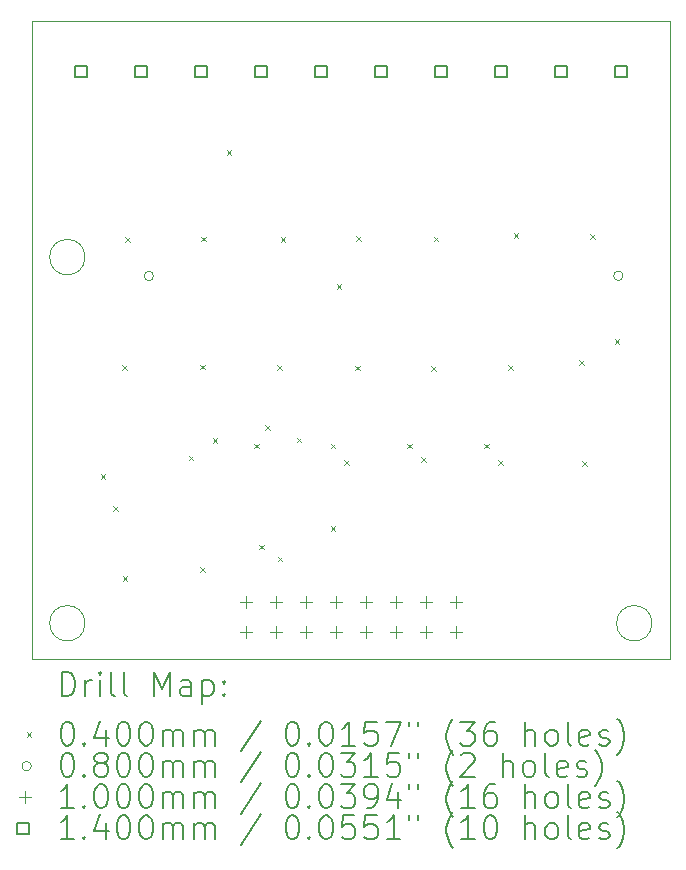
<source format=gbr>
%TF.GenerationSoftware,KiCad,Pcbnew,6.0.7+dfsg-1~bpo11+1*%
%TF.CreationDate,2022-10-12T23:43:49+02:00*%
%TF.ProjectId,rib8in_00,72696238-696e-45f3-9030-2e6b69636164,rev?*%
%TF.SameCoordinates,Original*%
%TF.FileFunction,Drillmap*%
%TF.FilePolarity,Positive*%
%FSLAX45Y45*%
G04 Gerber Fmt 4.5, Leading zero omitted, Abs format (unit mm)*
G04 Created by KiCad (PCBNEW 6.0.7+dfsg-1~bpo11+1) date 2022-10-12 23:43:49*
%MOMM*%
%LPD*%
G01*
G04 APERTURE LIST*
%ADD10C,0.100000*%
%ADD11C,0.200000*%
%ADD12C,0.040000*%
%ADD13C,0.080000*%
%ADD14C,0.140000*%
G04 APERTURE END LIST*
D10*
X12850000Y-8600000D02*
G75*
G03*
X12850000Y-8600000I-150000J0D01*
G01*
X12850000Y-11700000D02*
G75*
G03*
X12850000Y-11700000I-150000J0D01*
G01*
X12400000Y-12000000D02*
X17800000Y-12000000D01*
X17800000Y-12000000D02*
X17800000Y-6600000D01*
X17800000Y-6600000D02*
X12400000Y-6600000D01*
X12400000Y-6600000D02*
X12400000Y-12000000D01*
X17650000Y-11700000D02*
G75*
G03*
X17650000Y-11700000I-150000J0D01*
G01*
D11*
D12*
X12982000Y-10437000D02*
X13022000Y-10477000D01*
X13022000Y-10437000D02*
X12982000Y-10477000D01*
X13089000Y-10708000D02*
X13129000Y-10748000D01*
X13129000Y-10708000D02*
X13089000Y-10748000D01*
X13162000Y-9514000D02*
X13202000Y-9554000D01*
X13202000Y-9514000D02*
X13162000Y-9554000D01*
X13168000Y-11299000D02*
X13208000Y-11339000D01*
X13208000Y-11299000D02*
X13168000Y-11339000D01*
X13189000Y-8429000D02*
X13229000Y-8469000D01*
X13229000Y-8429000D02*
X13189000Y-8469000D01*
X13727000Y-10282000D02*
X13767000Y-10322000D01*
X13767000Y-10282000D02*
X13727000Y-10322000D01*
X13824000Y-9510000D02*
X13864000Y-9550000D01*
X13864000Y-9510000D02*
X13824000Y-9550000D01*
X13825000Y-11222000D02*
X13865000Y-11262000D01*
X13865000Y-11222000D02*
X13825000Y-11262000D01*
X13834000Y-8427000D02*
X13874000Y-8467000D01*
X13874000Y-8427000D02*
X13834000Y-8467000D01*
X13930000Y-10130000D02*
X13970000Y-10170000D01*
X13970000Y-10130000D02*
X13930000Y-10170000D01*
X14050000Y-7694000D02*
X14090000Y-7734000D01*
X14090000Y-7694000D02*
X14050000Y-7734000D01*
X14280000Y-10180000D02*
X14320000Y-10220000D01*
X14320000Y-10180000D02*
X14280000Y-10220000D01*
X14323000Y-11034000D02*
X14363000Y-11074000D01*
X14363000Y-11034000D02*
X14323000Y-11074000D01*
X14377000Y-10024000D02*
X14417000Y-10064000D01*
X14417000Y-10024000D02*
X14377000Y-10064000D01*
X14479000Y-9516000D02*
X14519000Y-9556000D01*
X14519000Y-9516000D02*
X14479000Y-9556000D01*
X14480000Y-11135000D02*
X14520000Y-11175000D01*
X14520000Y-11135000D02*
X14480000Y-11175000D01*
X14505000Y-8431000D02*
X14545000Y-8471000D01*
X14545000Y-8431000D02*
X14505000Y-8471000D01*
X14641000Y-10128000D02*
X14681000Y-10168000D01*
X14681000Y-10128000D02*
X14641000Y-10168000D01*
X14930000Y-10180000D02*
X14970000Y-10220000D01*
X14970000Y-10180000D02*
X14930000Y-10220000D01*
X14930000Y-10880000D02*
X14970000Y-10920000D01*
X14970000Y-10880000D02*
X14930000Y-10920000D01*
X14980000Y-8830000D02*
X15020000Y-8870000D01*
X15020000Y-8830000D02*
X14980000Y-8870000D01*
X15042000Y-10322000D02*
X15082000Y-10362000D01*
X15082000Y-10322000D02*
X15042000Y-10362000D01*
X15138000Y-9518000D02*
X15178000Y-9558000D01*
X15178000Y-9518000D02*
X15138000Y-9558000D01*
X15147000Y-8423000D02*
X15187000Y-8463000D01*
X15187000Y-8423000D02*
X15147000Y-8463000D01*
X15580000Y-10180000D02*
X15620000Y-10220000D01*
X15620000Y-10180000D02*
X15580000Y-10220000D01*
X15698000Y-10291000D02*
X15738000Y-10331000D01*
X15738000Y-10291000D02*
X15698000Y-10331000D01*
X15778000Y-9524000D02*
X15818000Y-9564000D01*
X15818000Y-9524000D02*
X15778000Y-9564000D01*
X15801000Y-8427000D02*
X15841000Y-8467000D01*
X15841000Y-8427000D02*
X15801000Y-8467000D01*
X16230000Y-10180000D02*
X16270000Y-10220000D01*
X16270000Y-10180000D02*
X16230000Y-10220000D01*
X16346000Y-10319000D02*
X16386000Y-10359000D01*
X16386000Y-10319000D02*
X16346000Y-10359000D01*
X16433000Y-9512000D02*
X16473000Y-9552000D01*
X16473000Y-9512000D02*
X16433000Y-9552000D01*
X16478000Y-8399000D02*
X16518000Y-8439000D01*
X16518000Y-8399000D02*
X16478000Y-8439000D01*
X17032000Y-9470000D02*
X17072000Y-9510000D01*
X17072000Y-9470000D02*
X17032000Y-9510000D01*
X17056000Y-10327000D02*
X17096000Y-10367000D01*
X17096000Y-10327000D02*
X17056000Y-10367000D01*
X17129000Y-8404000D02*
X17169000Y-8444000D01*
X17169000Y-8404000D02*
X17129000Y-8444000D01*
X17334000Y-9297000D02*
X17374000Y-9337000D01*
X17374000Y-9297000D02*
X17334000Y-9337000D01*
D13*
X13430000Y-8760000D02*
G75*
G03*
X13430000Y-8760000I-40000J0D01*
G01*
X17405000Y-8758000D02*
G75*
G03*
X17405000Y-8758000I-40000J0D01*
G01*
D10*
X14209500Y-11472500D02*
X14209500Y-11572500D01*
X14159500Y-11522500D02*
X14259500Y-11522500D01*
X14209500Y-11726500D02*
X14209500Y-11826500D01*
X14159500Y-11776500D02*
X14259500Y-11776500D01*
X14463500Y-11472500D02*
X14463500Y-11572500D01*
X14413500Y-11522500D02*
X14513500Y-11522500D01*
X14463500Y-11726500D02*
X14463500Y-11826500D01*
X14413500Y-11776500D02*
X14513500Y-11776500D01*
X14717500Y-11472500D02*
X14717500Y-11572500D01*
X14667500Y-11522500D02*
X14767500Y-11522500D01*
X14717500Y-11726500D02*
X14717500Y-11826500D01*
X14667500Y-11776500D02*
X14767500Y-11776500D01*
X14971500Y-11472500D02*
X14971500Y-11572500D01*
X14921500Y-11522500D02*
X15021500Y-11522500D01*
X14971500Y-11726500D02*
X14971500Y-11826500D01*
X14921500Y-11776500D02*
X15021500Y-11776500D01*
X15225500Y-11472500D02*
X15225500Y-11572500D01*
X15175500Y-11522500D02*
X15275500Y-11522500D01*
X15225500Y-11726500D02*
X15225500Y-11826500D01*
X15175500Y-11776500D02*
X15275500Y-11776500D01*
X15479500Y-11472500D02*
X15479500Y-11572500D01*
X15429500Y-11522500D02*
X15529500Y-11522500D01*
X15479500Y-11726500D02*
X15479500Y-11826500D01*
X15429500Y-11776500D02*
X15529500Y-11776500D01*
X15733500Y-11472500D02*
X15733500Y-11572500D01*
X15683500Y-11522500D02*
X15783500Y-11522500D01*
X15733500Y-11726500D02*
X15733500Y-11826500D01*
X15683500Y-11776500D02*
X15783500Y-11776500D01*
X15987500Y-11472500D02*
X15987500Y-11572500D01*
X15937500Y-11522500D02*
X16037500Y-11522500D01*
X15987500Y-11726500D02*
X15987500Y-11826500D01*
X15937500Y-11776500D02*
X16037500Y-11776500D01*
D14*
X12863498Y-7077248D02*
X12863498Y-6978252D01*
X12764502Y-6978252D01*
X12764502Y-7077248D01*
X12863498Y-7077248D01*
X13371498Y-7077248D02*
X13371498Y-6978252D01*
X13272502Y-6978252D01*
X13272502Y-7077248D01*
X13371498Y-7077248D01*
X13879498Y-7077248D02*
X13879498Y-6978252D01*
X13780502Y-6978252D01*
X13780502Y-7077248D01*
X13879498Y-7077248D01*
X14387498Y-7077248D02*
X14387498Y-6978252D01*
X14288502Y-6978252D01*
X14288502Y-7077248D01*
X14387498Y-7077248D01*
X14895498Y-7077248D02*
X14895498Y-6978252D01*
X14796502Y-6978252D01*
X14796502Y-7077248D01*
X14895498Y-7077248D01*
X15403498Y-7077248D02*
X15403498Y-6978252D01*
X15304502Y-6978252D01*
X15304502Y-7077248D01*
X15403498Y-7077248D01*
X15911498Y-7077248D02*
X15911498Y-6978252D01*
X15812502Y-6978252D01*
X15812502Y-7077248D01*
X15911498Y-7077248D01*
X16419498Y-7077248D02*
X16419498Y-6978252D01*
X16320502Y-6978252D01*
X16320502Y-7077248D01*
X16419498Y-7077248D01*
X16927498Y-7077248D02*
X16927498Y-6978252D01*
X16828502Y-6978252D01*
X16828502Y-7077248D01*
X16927498Y-7077248D01*
X17435498Y-7077248D02*
X17435498Y-6978252D01*
X17336502Y-6978252D01*
X17336502Y-7077248D01*
X17435498Y-7077248D01*
D11*
X12652619Y-12315476D02*
X12652619Y-12115476D01*
X12700238Y-12115476D01*
X12728809Y-12125000D01*
X12747857Y-12144048D01*
X12757381Y-12163095D01*
X12766905Y-12201190D01*
X12766905Y-12229762D01*
X12757381Y-12267857D01*
X12747857Y-12286905D01*
X12728809Y-12305952D01*
X12700238Y-12315476D01*
X12652619Y-12315476D01*
X12852619Y-12315476D02*
X12852619Y-12182143D01*
X12852619Y-12220238D02*
X12862143Y-12201190D01*
X12871667Y-12191667D01*
X12890714Y-12182143D01*
X12909762Y-12182143D01*
X12976428Y-12315476D02*
X12976428Y-12182143D01*
X12976428Y-12115476D02*
X12966905Y-12125000D01*
X12976428Y-12134524D01*
X12985952Y-12125000D01*
X12976428Y-12115476D01*
X12976428Y-12134524D01*
X13100238Y-12315476D02*
X13081190Y-12305952D01*
X13071667Y-12286905D01*
X13071667Y-12115476D01*
X13205000Y-12315476D02*
X13185952Y-12305952D01*
X13176428Y-12286905D01*
X13176428Y-12115476D01*
X13433571Y-12315476D02*
X13433571Y-12115476D01*
X13500238Y-12258333D01*
X13566905Y-12115476D01*
X13566905Y-12315476D01*
X13747857Y-12315476D02*
X13747857Y-12210714D01*
X13738333Y-12191667D01*
X13719286Y-12182143D01*
X13681190Y-12182143D01*
X13662143Y-12191667D01*
X13747857Y-12305952D02*
X13728809Y-12315476D01*
X13681190Y-12315476D01*
X13662143Y-12305952D01*
X13652619Y-12286905D01*
X13652619Y-12267857D01*
X13662143Y-12248809D01*
X13681190Y-12239286D01*
X13728809Y-12239286D01*
X13747857Y-12229762D01*
X13843095Y-12182143D02*
X13843095Y-12382143D01*
X13843095Y-12191667D02*
X13862143Y-12182143D01*
X13900238Y-12182143D01*
X13919286Y-12191667D01*
X13928809Y-12201190D01*
X13938333Y-12220238D01*
X13938333Y-12277381D01*
X13928809Y-12296428D01*
X13919286Y-12305952D01*
X13900238Y-12315476D01*
X13862143Y-12315476D01*
X13843095Y-12305952D01*
X14024048Y-12296428D02*
X14033571Y-12305952D01*
X14024048Y-12315476D01*
X14014524Y-12305952D01*
X14024048Y-12296428D01*
X14024048Y-12315476D01*
X14024048Y-12191667D02*
X14033571Y-12201190D01*
X14024048Y-12210714D01*
X14014524Y-12201190D01*
X14024048Y-12191667D01*
X14024048Y-12210714D01*
D12*
X12355000Y-12625000D02*
X12395000Y-12665000D01*
X12395000Y-12625000D02*
X12355000Y-12665000D01*
D11*
X12690714Y-12535476D02*
X12709762Y-12535476D01*
X12728809Y-12545000D01*
X12738333Y-12554524D01*
X12747857Y-12573571D01*
X12757381Y-12611667D01*
X12757381Y-12659286D01*
X12747857Y-12697381D01*
X12738333Y-12716428D01*
X12728809Y-12725952D01*
X12709762Y-12735476D01*
X12690714Y-12735476D01*
X12671667Y-12725952D01*
X12662143Y-12716428D01*
X12652619Y-12697381D01*
X12643095Y-12659286D01*
X12643095Y-12611667D01*
X12652619Y-12573571D01*
X12662143Y-12554524D01*
X12671667Y-12545000D01*
X12690714Y-12535476D01*
X12843095Y-12716428D02*
X12852619Y-12725952D01*
X12843095Y-12735476D01*
X12833571Y-12725952D01*
X12843095Y-12716428D01*
X12843095Y-12735476D01*
X13024048Y-12602143D02*
X13024048Y-12735476D01*
X12976428Y-12525952D02*
X12928809Y-12668809D01*
X13052619Y-12668809D01*
X13166905Y-12535476D02*
X13185952Y-12535476D01*
X13205000Y-12545000D01*
X13214524Y-12554524D01*
X13224048Y-12573571D01*
X13233571Y-12611667D01*
X13233571Y-12659286D01*
X13224048Y-12697381D01*
X13214524Y-12716428D01*
X13205000Y-12725952D01*
X13185952Y-12735476D01*
X13166905Y-12735476D01*
X13147857Y-12725952D01*
X13138333Y-12716428D01*
X13128809Y-12697381D01*
X13119286Y-12659286D01*
X13119286Y-12611667D01*
X13128809Y-12573571D01*
X13138333Y-12554524D01*
X13147857Y-12545000D01*
X13166905Y-12535476D01*
X13357381Y-12535476D02*
X13376428Y-12535476D01*
X13395476Y-12545000D01*
X13405000Y-12554524D01*
X13414524Y-12573571D01*
X13424048Y-12611667D01*
X13424048Y-12659286D01*
X13414524Y-12697381D01*
X13405000Y-12716428D01*
X13395476Y-12725952D01*
X13376428Y-12735476D01*
X13357381Y-12735476D01*
X13338333Y-12725952D01*
X13328809Y-12716428D01*
X13319286Y-12697381D01*
X13309762Y-12659286D01*
X13309762Y-12611667D01*
X13319286Y-12573571D01*
X13328809Y-12554524D01*
X13338333Y-12545000D01*
X13357381Y-12535476D01*
X13509762Y-12735476D02*
X13509762Y-12602143D01*
X13509762Y-12621190D02*
X13519286Y-12611667D01*
X13538333Y-12602143D01*
X13566905Y-12602143D01*
X13585952Y-12611667D01*
X13595476Y-12630714D01*
X13595476Y-12735476D01*
X13595476Y-12630714D02*
X13605000Y-12611667D01*
X13624048Y-12602143D01*
X13652619Y-12602143D01*
X13671667Y-12611667D01*
X13681190Y-12630714D01*
X13681190Y-12735476D01*
X13776428Y-12735476D02*
X13776428Y-12602143D01*
X13776428Y-12621190D02*
X13785952Y-12611667D01*
X13805000Y-12602143D01*
X13833571Y-12602143D01*
X13852619Y-12611667D01*
X13862143Y-12630714D01*
X13862143Y-12735476D01*
X13862143Y-12630714D02*
X13871667Y-12611667D01*
X13890714Y-12602143D01*
X13919286Y-12602143D01*
X13938333Y-12611667D01*
X13947857Y-12630714D01*
X13947857Y-12735476D01*
X14338333Y-12525952D02*
X14166905Y-12783095D01*
X14595476Y-12535476D02*
X14614524Y-12535476D01*
X14633571Y-12545000D01*
X14643095Y-12554524D01*
X14652619Y-12573571D01*
X14662143Y-12611667D01*
X14662143Y-12659286D01*
X14652619Y-12697381D01*
X14643095Y-12716428D01*
X14633571Y-12725952D01*
X14614524Y-12735476D01*
X14595476Y-12735476D01*
X14576428Y-12725952D01*
X14566905Y-12716428D01*
X14557381Y-12697381D01*
X14547857Y-12659286D01*
X14547857Y-12611667D01*
X14557381Y-12573571D01*
X14566905Y-12554524D01*
X14576428Y-12545000D01*
X14595476Y-12535476D01*
X14747857Y-12716428D02*
X14757381Y-12725952D01*
X14747857Y-12735476D01*
X14738333Y-12725952D01*
X14747857Y-12716428D01*
X14747857Y-12735476D01*
X14881190Y-12535476D02*
X14900238Y-12535476D01*
X14919286Y-12545000D01*
X14928809Y-12554524D01*
X14938333Y-12573571D01*
X14947857Y-12611667D01*
X14947857Y-12659286D01*
X14938333Y-12697381D01*
X14928809Y-12716428D01*
X14919286Y-12725952D01*
X14900238Y-12735476D01*
X14881190Y-12735476D01*
X14862143Y-12725952D01*
X14852619Y-12716428D01*
X14843095Y-12697381D01*
X14833571Y-12659286D01*
X14833571Y-12611667D01*
X14843095Y-12573571D01*
X14852619Y-12554524D01*
X14862143Y-12545000D01*
X14881190Y-12535476D01*
X15138333Y-12735476D02*
X15024048Y-12735476D01*
X15081190Y-12735476D02*
X15081190Y-12535476D01*
X15062143Y-12564048D01*
X15043095Y-12583095D01*
X15024048Y-12592619D01*
X15319286Y-12535476D02*
X15224048Y-12535476D01*
X15214524Y-12630714D01*
X15224048Y-12621190D01*
X15243095Y-12611667D01*
X15290714Y-12611667D01*
X15309762Y-12621190D01*
X15319286Y-12630714D01*
X15328809Y-12649762D01*
X15328809Y-12697381D01*
X15319286Y-12716428D01*
X15309762Y-12725952D01*
X15290714Y-12735476D01*
X15243095Y-12735476D01*
X15224048Y-12725952D01*
X15214524Y-12716428D01*
X15395476Y-12535476D02*
X15528809Y-12535476D01*
X15443095Y-12735476D01*
X15595476Y-12535476D02*
X15595476Y-12573571D01*
X15671667Y-12535476D02*
X15671667Y-12573571D01*
X15966905Y-12811667D02*
X15957381Y-12802143D01*
X15938333Y-12773571D01*
X15928809Y-12754524D01*
X15919286Y-12725952D01*
X15909762Y-12678333D01*
X15909762Y-12640238D01*
X15919286Y-12592619D01*
X15928809Y-12564048D01*
X15938333Y-12545000D01*
X15957381Y-12516428D01*
X15966905Y-12506905D01*
X16024048Y-12535476D02*
X16147857Y-12535476D01*
X16081190Y-12611667D01*
X16109762Y-12611667D01*
X16128809Y-12621190D01*
X16138333Y-12630714D01*
X16147857Y-12649762D01*
X16147857Y-12697381D01*
X16138333Y-12716428D01*
X16128809Y-12725952D01*
X16109762Y-12735476D01*
X16052619Y-12735476D01*
X16033571Y-12725952D01*
X16024048Y-12716428D01*
X16319286Y-12535476D02*
X16281190Y-12535476D01*
X16262143Y-12545000D01*
X16252619Y-12554524D01*
X16233571Y-12583095D01*
X16224048Y-12621190D01*
X16224048Y-12697381D01*
X16233571Y-12716428D01*
X16243095Y-12725952D01*
X16262143Y-12735476D01*
X16300238Y-12735476D01*
X16319286Y-12725952D01*
X16328809Y-12716428D01*
X16338333Y-12697381D01*
X16338333Y-12649762D01*
X16328809Y-12630714D01*
X16319286Y-12621190D01*
X16300238Y-12611667D01*
X16262143Y-12611667D01*
X16243095Y-12621190D01*
X16233571Y-12630714D01*
X16224048Y-12649762D01*
X16576428Y-12735476D02*
X16576428Y-12535476D01*
X16662143Y-12735476D02*
X16662143Y-12630714D01*
X16652619Y-12611667D01*
X16633571Y-12602143D01*
X16605000Y-12602143D01*
X16585952Y-12611667D01*
X16576428Y-12621190D01*
X16785952Y-12735476D02*
X16766905Y-12725952D01*
X16757381Y-12716428D01*
X16747857Y-12697381D01*
X16747857Y-12640238D01*
X16757381Y-12621190D01*
X16766905Y-12611667D01*
X16785952Y-12602143D01*
X16814524Y-12602143D01*
X16833571Y-12611667D01*
X16843095Y-12621190D01*
X16852619Y-12640238D01*
X16852619Y-12697381D01*
X16843095Y-12716428D01*
X16833571Y-12725952D01*
X16814524Y-12735476D01*
X16785952Y-12735476D01*
X16966905Y-12735476D02*
X16947857Y-12725952D01*
X16938333Y-12706905D01*
X16938333Y-12535476D01*
X17119286Y-12725952D02*
X17100238Y-12735476D01*
X17062143Y-12735476D01*
X17043095Y-12725952D01*
X17033571Y-12706905D01*
X17033571Y-12630714D01*
X17043095Y-12611667D01*
X17062143Y-12602143D01*
X17100238Y-12602143D01*
X17119286Y-12611667D01*
X17128810Y-12630714D01*
X17128810Y-12649762D01*
X17033571Y-12668809D01*
X17205000Y-12725952D02*
X17224048Y-12735476D01*
X17262143Y-12735476D01*
X17281190Y-12725952D01*
X17290714Y-12706905D01*
X17290714Y-12697381D01*
X17281190Y-12678333D01*
X17262143Y-12668809D01*
X17233571Y-12668809D01*
X17214524Y-12659286D01*
X17205000Y-12640238D01*
X17205000Y-12630714D01*
X17214524Y-12611667D01*
X17233571Y-12602143D01*
X17262143Y-12602143D01*
X17281190Y-12611667D01*
X17357381Y-12811667D02*
X17366905Y-12802143D01*
X17385952Y-12773571D01*
X17395476Y-12754524D01*
X17405000Y-12725952D01*
X17414524Y-12678333D01*
X17414524Y-12640238D01*
X17405000Y-12592619D01*
X17395476Y-12564048D01*
X17385952Y-12545000D01*
X17366905Y-12516428D01*
X17357381Y-12506905D01*
D13*
X12395000Y-12909000D02*
G75*
G03*
X12395000Y-12909000I-40000J0D01*
G01*
D11*
X12690714Y-12799476D02*
X12709762Y-12799476D01*
X12728809Y-12809000D01*
X12738333Y-12818524D01*
X12747857Y-12837571D01*
X12757381Y-12875667D01*
X12757381Y-12923286D01*
X12747857Y-12961381D01*
X12738333Y-12980428D01*
X12728809Y-12989952D01*
X12709762Y-12999476D01*
X12690714Y-12999476D01*
X12671667Y-12989952D01*
X12662143Y-12980428D01*
X12652619Y-12961381D01*
X12643095Y-12923286D01*
X12643095Y-12875667D01*
X12652619Y-12837571D01*
X12662143Y-12818524D01*
X12671667Y-12809000D01*
X12690714Y-12799476D01*
X12843095Y-12980428D02*
X12852619Y-12989952D01*
X12843095Y-12999476D01*
X12833571Y-12989952D01*
X12843095Y-12980428D01*
X12843095Y-12999476D01*
X12966905Y-12885190D02*
X12947857Y-12875667D01*
X12938333Y-12866143D01*
X12928809Y-12847095D01*
X12928809Y-12837571D01*
X12938333Y-12818524D01*
X12947857Y-12809000D01*
X12966905Y-12799476D01*
X13005000Y-12799476D01*
X13024048Y-12809000D01*
X13033571Y-12818524D01*
X13043095Y-12837571D01*
X13043095Y-12847095D01*
X13033571Y-12866143D01*
X13024048Y-12875667D01*
X13005000Y-12885190D01*
X12966905Y-12885190D01*
X12947857Y-12894714D01*
X12938333Y-12904238D01*
X12928809Y-12923286D01*
X12928809Y-12961381D01*
X12938333Y-12980428D01*
X12947857Y-12989952D01*
X12966905Y-12999476D01*
X13005000Y-12999476D01*
X13024048Y-12989952D01*
X13033571Y-12980428D01*
X13043095Y-12961381D01*
X13043095Y-12923286D01*
X13033571Y-12904238D01*
X13024048Y-12894714D01*
X13005000Y-12885190D01*
X13166905Y-12799476D02*
X13185952Y-12799476D01*
X13205000Y-12809000D01*
X13214524Y-12818524D01*
X13224048Y-12837571D01*
X13233571Y-12875667D01*
X13233571Y-12923286D01*
X13224048Y-12961381D01*
X13214524Y-12980428D01*
X13205000Y-12989952D01*
X13185952Y-12999476D01*
X13166905Y-12999476D01*
X13147857Y-12989952D01*
X13138333Y-12980428D01*
X13128809Y-12961381D01*
X13119286Y-12923286D01*
X13119286Y-12875667D01*
X13128809Y-12837571D01*
X13138333Y-12818524D01*
X13147857Y-12809000D01*
X13166905Y-12799476D01*
X13357381Y-12799476D02*
X13376428Y-12799476D01*
X13395476Y-12809000D01*
X13405000Y-12818524D01*
X13414524Y-12837571D01*
X13424048Y-12875667D01*
X13424048Y-12923286D01*
X13414524Y-12961381D01*
X13405000Y-12980428D01*
X13395476Y-12989952D01*
X13376428Y-12999476D01*
X13357381Y-12999476D01*
X13338333Y-12989952D01*
X13328809Y-12980428D01*
X13319286Y-12961381D01*
X13309762Y-12923286D01*
X13309762Y-12875667D01*
X13319286Y-12837571D01*
X13328809Y-12818524D01*
X13338333Y-12809000D01*
X13357381Y-12799476D01*
X13509762Y-12999476D02*
X13509762Y-12866143D01*
X13509762Y-12885190D02*
X13519286Y-12875667D01*
X13538333Y-12866143D01*
X13566905Y-12866143D01*
X13585952Y-12875667D01*
X13595476Y-12894714D01*
X13595476Y-12999476D01*
X13595476Y-12894714D02*
X13605000Y-12875667D01*
X13624048Y-12866143D01*
X13652619Y-12866143D01*
X13671667Y-12875667D01*
X13681190Y-12894714D01*
X13681190Y-12999476D01*
X13776428Y-12999476D02*
X13776428Y-12866143D01*
X13776428Y-12885190D02*
X13785952Y-12875667D01*
X13805000Y-12866143D01*
X13833571Y-12866143D01*
X13852619Y-12875667D01*
X13862143Y-12894714D01*
X13862143Y-12999476D01*
X13862143Y-12894714D02*
X13871667Y-12875667D01*
X13890714Y-12866143D01*
X13919286Y-12866143D01*
X13938333Y-12875667D01*
X13947857Y-12894714D01*
X13947857Y-12999476D01*
X14338333Y-12789952D02*
X14166905Y-13047095D01*
X14595476Y-12799476D02*
X14614524Y-12799476D01*
X14633571Y-12809000D01*
X14643095Y-12818524D01*
X14652619Y-12837571D01*
X14662143Y-12875667D01*
X14662143Y-12923286D01*
X14652619Y-12961381D01*
X14643095Y-12980428D01*
X14633571Y-12989952D01*
X14614524Y-12999476D01*
X14595476Y-12999476D01*
X14576428Y-12989952D01*
X14566905Y-12980428D01*
X14557381Y-12961381D01*
X14547857Y-12923286D01*
X14547857Y-12875667D01*
X14557381Y-12837571D01*
X14566905Y-12818524D01*
X14576428Y-12809000D01*
X14595476Y-12799476D01*
X14747857Y-12980428D02*
X14757381Y-12989952D01*
X14747857Y-12999476D01*
X14738333Y-12989952D01*
X14747857Y-12980428D01*
X14747857Y-12999476D01*
X14881190Y-12799476D02*
X14900238Y-12799476D01*
X14919286Y-12809000D01*
X14928809Y-12818524D01*
X14938333Y-12837571D01*
X14947857Y-12875667D01*
X14947857Y-12923286D01*
X14938333Y-12961381D01*
X14928809Y-12980428D01*
X14919286Y-12989952D01*
X14900238Y-12999476D01*
X14881190Y-12999476D01*
X14862143Y-12989952D01*
X14852619Y-12980428D01*
X14843095Y-12961381D01*
X14833571Y-12923286D01*
X14833571Y-12875667D01*
X14843095Y-12837571D01*
X14852619Y-12818524D01*
X14862143Y-12809000D01*
X14881190Y-12799476D01*
X15014524Y-12799476D02*
X15138333Y-12799476D01*
X15071667Y-12875667D01*
X15100238Y-12875667D01*
X15119286Y-12885190D01*
X15128809Y-12894714D01*
X15138333Y-12913762D01*
X15138333Y-12961381D01*
X15128809Y-12980428D01*
X15119286Y-12989952D01*
X15100238Y-12999476D01*
X15043095Y-12999476D01*
X15024048Y-12989952D01*
X15014524Y-12980428D01*
X15328809Y-12999476D02*
X15214524Y-12999476D01*
X15271667Y-12999476D02*
X15271667Y-12799476D01*
X15252619Y-12828048D01*
X15233571Y-12847095D01*
X15214524Y-12856619D01*
X15509762Y-12799476D02*
X15414524Y-12799476D01*
X15405000Y-12894714D01*
X15414524Y-12885190D01*
X15433571Y-12875667D01*
X15481190Y-12875667D01*
X15500238Y-12885190D01*
X15509762Y-12894714D01*
X15519286Y-12913762D01*
X15519286Y-12961381D01*
X15509762Y-12980428D01*
X15500238Y-12989952D01*
X15481190Y-12999476D01*
X15433571Y-12999476D01*
X15414524Y-12989952D01*
X15405000Y-12980428D01*
X15595476Y-12799476D02*
X15595476Y-12837571D01*
X15671667Y-12799476D02*
X15671667Y-12837571D01*
X15966905Y-13075667D02*
X15957381Y-13066143D01*
X15938333Y-13037571D01*
X15928809Y-13018524D01*
X15919286Y-12989952D01*
X15909762Y-12942333D01*
X15909762Y-12904238D01*
X15919286Y-12856619D01*
X15928809Y-12828048D01*
X15938333Y-12809000D01*
X15957381Y-12780428D01*
X15966905Y-12770905D01*
X16033571Y-12818524D02*
X16043095Y-12809000D01*
X16062143Y-12799476D01*
X16109762Y-12799476D01*
X16128809Y-12809000D01*
X16138333Y-12818524D01*
X16147857Y-12837571D01*
X16147857Y-12856619D01*
X16138333Y-12885190D01*
X16024048Y-12999476D01*
X16147857Y-12999476D01*
X16385952Y-12999476D02*
X16385952Y-12799476D01*
X16471667Y-12999476D02*
X16471667Y-12894714D01*
X16462143Y-12875667D01*
X16443095Y-12866143D01*
X16414524Y-12866143D01*
X16395476Y-12875667D01*
X16385952Y-12885190D01*
X16595476Y-12999476D02*
X16576428Y-12989952D01*
X16566905Y-12980428D01*
X16557381Y-12961381D01*
X16557381Y-12904238D01*
X16566905Y-12885190D01*
X16576428Y-12875667D01*
X16595476Y-12866143D01*
X16624048Y-12866143D01*
X16643095Y-12875667D01*
X16652619Y-12885190D01*
X16662143Y-12904238D01*
X16662143Y-12961381D01*
X16652619Y-12980428D01*
X16643095Y-12989952D01*
X16624048Y-12999476D01*
X16595476Y-12999476D01*
X16776428Y-12999476D02*
X16757381Y-12989952D01*
X16747857Y-12970905D01*
X16747857Y-12799476D01*
X16928810Y-12989952D02*
X16909762Y-12999476D01*
X16871667Y-12999476D01*
X16852619Y-12989952D01*
X16843095Y-12970905D01*
X16843095Y-12894714D01*
X16852619Y-12875667D01*
X16871667Y-12866143D01*
X16909762Y-12866143D01*
X16928810Y-12875667D01*
X16938333Y-12894714D01*
X16938333Y-12913762D01*
X16843095Y-12932809D01*
X17014524Y-12989952D02*
X17033571Y-12999476D01*
X17071667Y-12999476D01*
X17090714Y-12989952D01*
X17100238Y-12970905D01*
X17100238Y-12961381D01*
X17090714Y-12942333D01*
X17071667Y-12932809D01*
X17043095Y-12932809D01*
X17024048Y-12923286D01*
X17014524Y-12904238D01*
X17014524Y-12894714D01*
X17024048Y-12875667D01*
X17043095Y-12866143D01*
X17071667Y-12866143D01*
X17090714Y-12875667D01*
X17166905Y-13075667D02*
X17176429Y-13066143D01*
X17195476Y-13037571D01*
X17205000Y-13018524D01*
X17214524Y-12989952D01*
X17224048Y-12942333D01*
X17224048Y-12904238D01*
X17214524Y-12856619D01*
X17205000Y-12828048D01*
X17195476Y-12809000D01*
X17176429Y-12780428D01*
X17166905Y-12770905D01*
D10*
X12345000Y-13123000D02*
X12345000Y-13223000D01*
X12295000Y-13173000D02*
X12395000Y-13173000D01*
D11*
X12757381Y-13263476D02*
X12643095Y-13263476D01*
X12700238Y-13263476D02*
X12700238Y-13063476D01*
X12681190Y-13092048D01*
X12662143Y-13111095D01*
X12643095Y-13120619D01*
X12843095Y-13244428D02*
X12852619Y-13253952D01*
X12843095Y-13263476D01*
X12833571Y-13253952D01*
X12843095Y-13244428D01*
X12843095Y-13263476D01*
X12976428Y-13063476D02*
X12995476Y-13063476D01*
X13014524Y-13073000D01*
X13024048Y-13082524D01*
X13033571Y-13101571D01*
X13043095Y-13139667D01*
X13043095Y-13187286D01*
X13033571Y-13225381D01*
X13024048Y-13244428D01*
X13014524Y-13253952D01*
X12995476Y-13263476D01*
X12976428Y-13263476D01*
X12957381Y-13253952D01*
X12947857Y-13244428D01*
X12938333Y-13225381D01*
X12928809Y-13187286D01*
X12928809Y-13139667D01*
X12938333Y-13101571D01*
X12947857Y-13082524D01*
X12957381Y-13073000D01*
X12976428Y-13063476D01*
X13166905Y-13063476D02*
X13185952Y-13063476D01*
X13205000Y-13073000D01*
X13214524Y-13082524D01*
X13224048Y-13101571D01*
X13233571Y-13139667D01*
X13233571Y-13187286D01*
X13224048Y-13225381D01*
X13214524Y-13244428D01*
X13205000Y-13253952D01*
X13185952Y-13263476D01*
X13166905Y-13263476D01*
X13147857Y-13253952D01*
X13138333Y-13244428D01*
X13128809Y-13225381D01*
X13119286Y-13187286D01*
X13119286Y-13139667D01*
X13128809Y-13101571D01*
X13138333Y-13082524D01*
X13147857Y-13073000D01*
X13166905Y-13063476D01*
X13357381Y-13063476D02*
X13376428Y-13063476D01*
X13395476Y-13073000D01*
X13405000Y-13082524D01*
X13414524Y-13101571D01*
X13424048Y-13139667D01*
X13424048Y-13187286D01*
X13414524Y-13225381D01*
X13405000Y-13244428D01*
X13395476Y-13253952D01*
X13376428Y-13263476D01*
X13357381Y-13263476D01*
X13338333Y-13253952D01*
X13328809Y-13244428D01*
X13319286Y-13225381D01*
X13309762Y-13187286D01*
X13309762Y-13139667D01*
X13319286Y-13101571D01*
X13328809Y-13082524D01*
X13338333Y-13073000D01*
X13357381Y-13063476D01*
X13509762Y-13263476D02*
X13509762Y-13130143D01*
X13509762Y-13149190D02*
X13519286Y-13139667D01*
X13538333Y-13130143D01*
X13566905Y-13130143D01*
X13585952Y-13139667D01*
X13595476Y-13158714D01*
X13595476Y-13263476D01*
X13595476Y-13158714D02*
X13605000Y-13139667D01*
X13624048Y-13130143D01*
X13652619Y-13130143D01*
X13671667Y-13139667D01*
X13681190Y-13158714D01*
X13681190Y-13263476D01*
X13776428Y-13263476D02*
X13776428Y-13130143D01*
X13776428Y-13149190D02*
X13785952Y-13139667D01*
X13805000Y-13130143D01*
X13833571Y-13130143D01*
X13852619Y-13139667D01*
X13862143Y-13158714D01*
X13862143Y-13263476D01*
X13862143Y-13158714D02*
X13871667Y-13139667D01*
X13890714Y-13130143D01*
X13919286Y-13130143D01*
X13938333Y-13139667D01*
X13947857Y-13158714D01*
X13947857Y-13263476D01*
X14338333Y-13053952D02*
X14166905Y-13311095D01*
X14595476Y-13063476D02*
X14614524Y-13063476D01*
X14633571Y-13073000D01*
X14643095Y-13082524D01*
X14652619Y-13101571D01*
X14662143Y-13139667D01*
X14662143Y-13187286D01*
X14652619Y-13225381D01*
X14643095Y-13244428D01*
X14633571Y-13253952D01*
X14614524Y-13263476D01*
X14595476Y-13263476D01*
X14576428Y-13253952D01*
X14566905Y-13244428D01*
X14557381Y-13225381D01*
X14547857Y-13187286D01*
X14547857Y-13139667D01*
X14557381Y-13101571D01*
X14566905Y-13082524D01*
X14576428Y-13073000D01*
X14595476Y-13063476D01*
X14747857Y-13244428D02*
X14757381Y-13253952D01*
X14747857Y-13263476D01*
X14738333Y-13253952D01*
X14747857Y-13244428D01*
X14747857Y-13263476D01*
X14881190Y-13063476D02*
X14900238Y-13063476D01*
X14919286Y-13073000D01*
X14928809Y-13082524D01*
X14938333Y-13101571D01*
X14947857Y-13139667D01*
X14947857Y-13187286D01*
X14938333Y-13225381D01*
X14928809Y-13244428D01*
X14919286Y-13253952D01*
X14900238Y-13263476D01*
X14881190Y-13263476D01*
X14862143Y-13253952D01*
X14852619Y-13244428D01*
X14843095Y-13225381D01*
X14833571Y-13187286D01*
X14833571Y-13139667D01*
X14843095Y-13101571D01*
X14852619Y-13082524D01*
X14862143Y-13073000D01*
X14881190Y-13063476D01*
X15014524Y-13063476D02*
X15138333Y-13063476D01*
X15071667Y-13139667D01*
X15100238Y-13139667D01*
X15119286Y-13149190D01*
X15128809Y-13158714D01*
X15138333Y-13177762D01*
X15138333Y-13225381D01*
X15128809Y-13244428D01*
X15119286Y-13253952D01*
X15100238Y-13263476D01*
X15043095Y-13263476D01*
X15024048Y-13253952D01*
X15014524Y-13244428D01*
X15233571Y-13263476D02*
X15271667Y-13263476D01*
X15290714Y-13253952D01*
X15300238Y-13244428D01*
X15319286Y-13215857D01*
X15328809Y-13177762D01*
X15328809Y-13101571D01*
X15319286Y-13082524D01*
X15309762Y-13073000D01*
X15290714Y-13063476D01*
X15252619Y-13063476D01*
X15233571Y-13073000D01*
X15224048Y-13082524D01*
X15214524Y-13101571D01*
X15214524Y-13149190D01*
X15224048Y-13168238D01*
X15233571Y-13177762D01*
X15252619Y-13187286D01*
X15290714Y-13187286D01*
X15309762Y-13177762D01*
X15319286Y-13168238D01*
X15328809Y-13149190D01*
X15500238Y-13130143D02*
X15500238Y-13263476D01*
X15452619Y-13053952D02*
X15405000Y-13196809D01*
X15528809Y-13196809D01*
X15595476Y-13063476D02*
X15595476Y-13101571D01*
X15671667Y-13063476D02*
X15671667Y-13101571D01*
X15966905Y-13339667D02*
X15957381Y-13330143D01*
X15938333Y-13301571D01*
X15928809Y-13282524D01*
X15919286Y-13253952D01*
X15909762Y-13206333D01*
X15909762Y-13168238D01*
X15919286Y-13120619D01*
X15928809Y-13092048D01*
X15938333Y-13073000D01*
X15957381Y-13044428D01*
X15966905Y-13034905D01*
X16147857Y-13263476D02*
X16033571Y-13263476D01*
X16090714Y-13263476D02*
X16090714Y-13063476D01*
X16071667Y-13092048D01*
X16052619Y-13111095D01*
X16033571Y-13120619D01*
X16319286Y-13063476D02*
X16281190Y-13063476D01*
X16262143Y-13073000D01*
X16252619Y-13082524D01*
X16233571Y-13111095D01*
X16224048Y-13149190D01*
X16224048Y-13225381D01*
X16233571Y-13244428D01*
X16243095Y-13253952D01*
X16262143Y-13263476D01*
X16300238Y-13263476D01*
X16319286Y-13253952D01*
X16328809Y-13244428D01*
X16338333Y-13225381D01*
X16338333Y-13177762D01*
X16328809Y-13158714D01*
X16319286Y-13149190D01*
X16300238Y-13139667D01*
X16262143Y-13139667D01*
X16243095Y-13149190D01*
X16233571Y-13158714D01*
X16224048Y-13177762D01*
X16576428Y-13263476D02*
X16576428Y-13063476D01*
X16662143Y-13263476D02*
X16662143Y-13158714D01*
X16652619Y-13139667D01*
X16633571Y-13130143D01*
X16605000Y-13130143D01*
X16585952Y-13139667D01*
X16576428Y-13149190D01*
X16785952Y-13263476D02*
X16766905Y-13253952D01*
X16757381Y-13244428D01*
X16747857Y-13225381D01*
X16747857Y-13168238D01*
X16757381Y-13149190D01*
X16766905Y-13139667D01*
X16785952Y-13130143D01*
X16814524Y-13130143D01*
X16833571Y-13139667D01*
X16843095Y-13149190D01*
X16852619Y-13168238D01*
X16852619Y-13225381D01*
X16843095Y-13244428D01*
X16833571Y-13253952D01*
X16814524Y-13263476D01*
X16785952Y-13263476D01*
X16966905Y-13263476D02*
X16947857Y-13253952D01*
X16938333Y-13234905D01*
X16938333Y-13063476D01*
X17119286Y-13253952D02*
X17100238Y-13263476D01*
X17062143Y-13263476D01*
X17043095Y-13253952D01*
X17033571Y-13234905D01*
X17033571Y-13158714D01*
X17043095Y-13139667D01*
X17062143Y-13130143D01*
X17100238Y-13130143D01*
X17119286Y-13139667D01*
X17128810Y-13158714D01*
X17128810Y-13177762D01*
X17033571Y-13196809D01*
X17205000Y-13253952D02*
X17224048Y-13263476D01*
X17262143Y-13263476D01*
X17281190Y-13253952D01*
X17290714Y-13234905D01*
X17290714Y-13225381D01*
X17281190Y-13206333D01*
X17262143Y-13196809D01*
X17233571Y-13196809D01*
X17214524Y-13187286D01*
X17205000Y-13168238D01*
X17205000Y-13158714D01*
X17214524Y-13139667D01*
X17233571Y-13130143D01*
X17262143Y-13130143D01*
X17281190Y-13139667D01*
X17357381Y-13339667D02*
X17366905Y-13330143D01*
X17385952Y-13301571D01*
X17395476Y-13282524D01*
X17405000Y-13253952D01*
X17414524Y-13206333D01*
X17414524Y-13168238D01*
X17405000Y-13120619D01*
X17395476Y-13092048D01*
X17385952Y-13073000D01*
X17366905Y-13044428D01*
X17357381Y-13034905D01*
D14*
X12374498Y-13486498D02*
X12374498Y-13387502D01*
X12275502Y-13387502D01*
X12275502Y-13486498D01*
X12374498Y-13486498D01*
D11*
X12757381Y-13527476D02*
X12643095Y-13527476D01*
X12700238Y-13527476D02*
X12700238Y-13327476D01*
X12681190Y-13356048D01*
X12662143Y-13375095D01*
X12643095Y-13384619D01*
X12843095Y-13508428D02*
X12852619Y-13517952D01*
X12843095Y-13527476D01*
X12833571Y-13517952D01*
X12843095Y-13508428D01*
X12843095Y-13527476D01*
X13024048Y-13394143D02*
X13024048Y-13527476D01*
X12976428Y-13317952D02*
X12928809Y-13460809D01*
X13052619Y-13460809D01*
X13166905Y-13327476D02*
X13185952Y-13327476D01*
X13205000Y-13337000D01*
X13214524Y-13346524D01*
X13224048Y-13365571D01*
X13233571Y-13403667D01*
X13233571Y-13451286D01*
X13224048Y-13489381D01*
X13214524Y-13508428D01*
X13205000Y-13517952D01*
X13185952Y-13527476D01*
X13166905Y-13527476D01*
X13147857Y-13517952D01*
X13138333Y-13508428D01*
X13128809Y-13489381D01*
X13119286Y-13451286D01*
X13119286Y-13403667D01*
X13128809Y-13365571D01*
X13138333Y-13346524D01*
X13147857Y-13337000D01*
X13166905Y-13327476D01*
X13357381Y-13327476D02*
X13376428Y-13327476D01*
X13395476Y-13337000D01*
X13405000Y-13346524D01*
X13414524Y-13365571D01*
X13424048Y-13403667D01*
X13424048Y-13451286D01*
X13414524Y-13489381D01*
X13405000Y-13508428D01*
X13395476Y-13517952D01*
X13376428Y-13527476D01*
X13357381Y-13527476D01*
X13338333Y-13517952D01*
X13328809Y-13508428D01*
X13319286Y-13489381D01*
X13309762Y-13451286D01*
X13309762Y-13403667D01*
X13319286Y-13365571D01*
X13328809Y-13346524D01*
X13338333Y-13337000D01*
X13357381Y-13327476D01*
X13509762Y-13527476D02*
X13509762Y-13394143D01*
X13509762Y-13413190D02*
X13519286Y-13403667D01*
X13538333Y-13394143D01*
X13566905Y-13394143D01*
X13585952Y-13403667D01*
X13595476Y-13422714D01*
X13595476Y-13527476D01*
X13595476Y-13422714D02*
X13605000Y-13403667D01*
X13624048Y-13394143D01*
X13652619Y-13394143D01*
X13671667Y-13403667D01*
X13681190Y-13422714D01*
X13681190Y-13527476D01*
X13776428Y-13527476D02*
X13776428Y-13394143D01*
X13776428Y-13413190D02*
X13785952Y-13403667D01*
X13805000Y-13394143D01*
X13833571Y-13394143D01*
X13852619Y-13403667D01*
X13862143Y-13422714D01*
X13862143Y-13527476D01*
X13862143Y-13422714D02*
X13871667Y-13403667D01*
X13890714Y-13394143D01*
X13919286Y-13394143D01*
X13938333Y-13403667D01*
X13947857Y-13422714D01*
X13947857Y-13527476D01*
X14338333Y-13317952D02*
X14166905Y-13575095D01*
X14595476Y-13327476D02*
X14614524Y-13327476D01*
X14633571Y-13337000D01*
X14643095Y-13346524D01*
X14652619Y-13365571D01*
X14662143Y-13403667D01*
X14662143Y-13451286D01*
X14652619Y-13489381D01*
X14643095Y-13508428D01*
X14633571Y-13517952D01*
X14614524Y-13527476D01*
X14595476Y-13527476D01*
X14576428Y-13517952D01*
X14566905Y-13508428D01*
X14557381Y-13489381D01*
X14547857Y-13451286D01*
X14547857Y-13403667D01*
X14557381Y-13365571D01*
X14566905Y-13346524D01*
X14576428Y-13337000D01*
X14595476Y-13327476D01*
X14747857Y-13508428D02*
X14757381Y-13517952D01*
X14747857Y-13527476D01*
X14738333Y-13517952D01*
X14747857Y-13508428D01*
X14747857Y-13527476D01*
X14881190Y-13327476D02*
X14900238Y-13327476D01*
X14919286Y-13337000D01*
X14928809Y-13346524D01*
X14938333Y-13365571D01*
X14947857Y-13403667D01*
X14947857Y-13451286D01*
X14938333Y-13489381D01*
X14928809Y-13508428D01*
X14919286Y-13517952D01*
X14900238Y-13527476D01*
X14881190Y-13527476D01*
X14862143Y-13517952D01*
X14852619Y-13508428D01*
X14843095Y-13489381D01*
X14833571Y-13451286D01*
X14833571Y-13403667D01*
X14843095Y-13365571D01*
X14852619Y-13346524D01*
X14862143Y-13337000D01*
X14881190Y-13327476D01*
X15128809Y-13327476D02*
X15033571Y-13327476D01*
X15024048Y-13422714D01*
X15033571Y-13413190D01*
X15052619Y-13403667D01*
X15100238Y-13403667D01*
X15119286Y-13413190D01*
X15128809Y-13422714D01*
X15138333Y-13441762D01*
X15138333Y-13489381D01*
X15128809Y-13508428D01*
X15119286Y-13517952D01*
X15100238Y-13527476D01*
X15052619Y-13527476D01*
X15033571Y-13517952D01*
X15024048Y-13508428D01*
X15319286Y-13327476D02*
X15224048Y-13327476D01*
X15214524Y-13422714D01*
X15224048Y-13413190D01*
X15243095Y-13403667D01*
X15290714Y-13403667D01*
X15309762Y-13413190D01*
X15319286Y-13422714D01*
X15328809Y-13441762D01*
X15328809Y-13489381D01*
X15319286Y-13508428D01*
X15309762Y-13517952D01*
X15290714Y-13527476D01*
X15243095Y-13527476D01*
X15224048Y-13517952D01*
X15214524Y-13508428D01*
X15519286Y-13527476D02*
X15405000Y-13527476D01*
X15462143Y-13527476D02*
X15462143Y-13327476D01*
X15443095Y-13356048D01*
X15424048Y-13375095D01*
X15405000Y-13384619D01*
X15595476Y-13327476D02*
X15595476Y-13365571D01*
X15671667Y-13327476D02*
X15671667Y-13365571D01*
X15966905Y-13603667D02*
X15957381Y-13594143D01*
X15938333Y-13565571D01*
X15928809Y-13546524D01*
X15919286Y-13517952D01*
X15909762Y-13470333D01*
X15909762Y-13432238D01*
X15919286Y-13384619D01*
X15928809Y-13356048D01*
X15938333Y-13337000D01*
X15957381Y-13308428D01*
X15966905Y-13298905D01*
X16147857Y-13527476D02*
X16033571Y-13527476D01*
X16090714Y-13527476D02*
X16090714Y-13327476D01*
X16071667Y-13356048D01*
X16052619Y-13375095D01*
X16033571Y-13384619D01*
X16271667Y-13327476D02*
X16290714Y-13327476D01*
X16309762Y-13337000D01*
X16319286Y-13346524D01*
X16328809Y-13365571D01*
X16338333Y-13403667D01*
X16338333Y-13451286D01*
X16328809Y-13489381D01*
X16319286Y-13508428D01*
X16309762Y-13517952D01*
X16290714Y-13527476D01*
X16271667Y-13527476D01*
X16252619Y-13517952D01*
X16243095Y-13508428D01*
X16233571Y-13489381D01*
X16224048Y-13451286D01*
X16224048Y-13403667D01*
X16233571Y-13365571D01*
X16243095Y-13346524D01*
X16252619Y-13337000D01*
X16271667Y-13327476D01*
X16576428Y-13527476D02*
X16576428Y-13327476D01*
X16662143Y-13527476D02*
X16662143Y-13422714D01*
X16652619Y-13403667D01*
X16633571Y-13394143D01*
X16605000Y-13394143D01*
X16585952Y-13403667D01*
X16576428Y-13413190D01*
X16785952Y-13527476D02*
X16766905Y-13517952D01*
X16757381Y-13508428D01*
X16747857Y-13489381D01*
X16747857Y-13432238D01*
X16757381Y-13413190D01*
X16766905Y-13403667D01*
X16785952Y-13394143D01*
X16814524Y-13394143D01*
X16833571Y-13403667D01*
X16843095Y-13413190D01*
X16852619Y-13432238D01*
X16852619Y-13489381D01*
X16843095Y-13508428D01*
X16833571Y-13517952D01*
X16814524Y-13527476D01*
X16785952Y-13527476D01*
X16966905Y-13527476D02*
X16947857Y-13517952D01*
X16938333Y-13498905D01*
X16938333Y-13327476D01*
X17119286Y-13517952D02*
X17100238Y-13527476D01*
X17062143Y-13527476D01*
X17043095Y-13517952D01*
X17033571Y-13498905D01*
X17033571Y-13422714D01*
X17043095Y-13403667D01*
X17062143Y-13394143D01*
X17100238Y-13394143D01*
X17119286Y-13403667D01*
X17128810Y-13422714D01*
X17128810Y-13441762D01*
X17033571Y-13460809D01*
X17205000Y-13517952D02*
X17224048Y-13527476D01*
X17262143Y-13527476D01*
X17281190Y-13517952D01*
X17290714Y-13498905D01*
X17290714Y-13489381D01*
X17281190Y-13470333D01*
X17262143Y-13460809D01*
X17233571Y-13460809D01*
X17214524Y-13451286D01*
X17205000Y-13432238D01*
X17205000Y-13422714D01*
X17214524Y-13403667D01*
X17233571Y-13394143D01*
X17262143Y-13394143D01*
X17281190Y-13403667D01*
X17357381Y-13603667D02*
X17366905Y-13594143D01*
X17385952Y-13565571D01*
X17395476Y-13546524D01*
X17405000Y-13517952D01*
X17414524Y-13470333D01*
X17414524Y-13432238D01*
X17405000Y-13384619D01*
X17395476Y-13356048D01*
X17385952Y-13337000D01*
X17366905Y-13308428D01*
X17357381Y-13298905D01*
M02*

</source>
